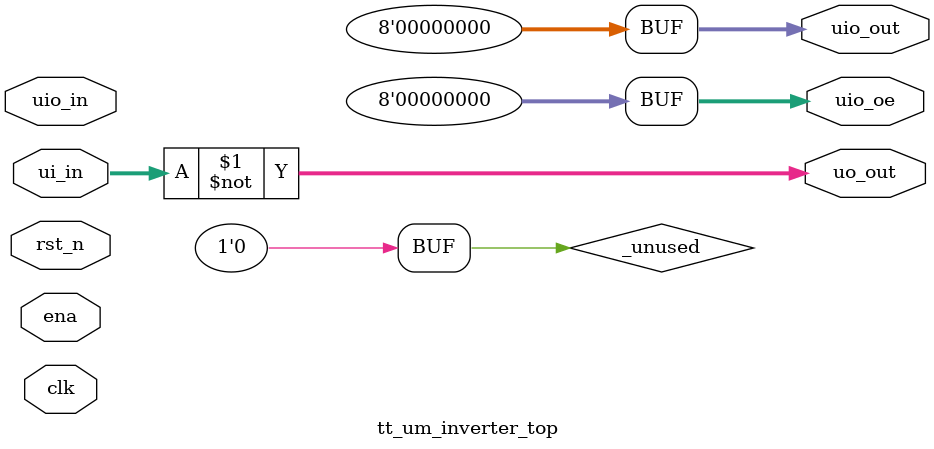
<source format=v>
`default_nettype none

module tt_um_inverter_top (
    input  wire [7:0] ui_in,    // Dedicated inputs
    output wire [7:0] uo_out,   // Dedicated outputs
    input  wire [7:0] uio_in,   // IOs: Input path
    output wire [7:0] uio_out,  // IOs: Output path
    output wire [7:0] uio_oe,   // IOs: Enable path (active high: 0=input, 1=output)
    input  wire       ena,      // always 1 when the design is powered, so you can ignore it
    input  wire       clk,      // clock
    input  wire       rst_n     // reset_n - low to reset
);

  // All output pins must be assigned. If not used, assign to 0.
  assign uo_out  = ~ui_in;  // Example: ou_out is inverse of ui_in
  assign uio_out = 0;
  assign uio_oe  = 0;

  // List all unused inputs to prevent warnings
  wire _unused = &{uio_in, ena, clk, rst_n, 1'b0};

endmodule

</source>
